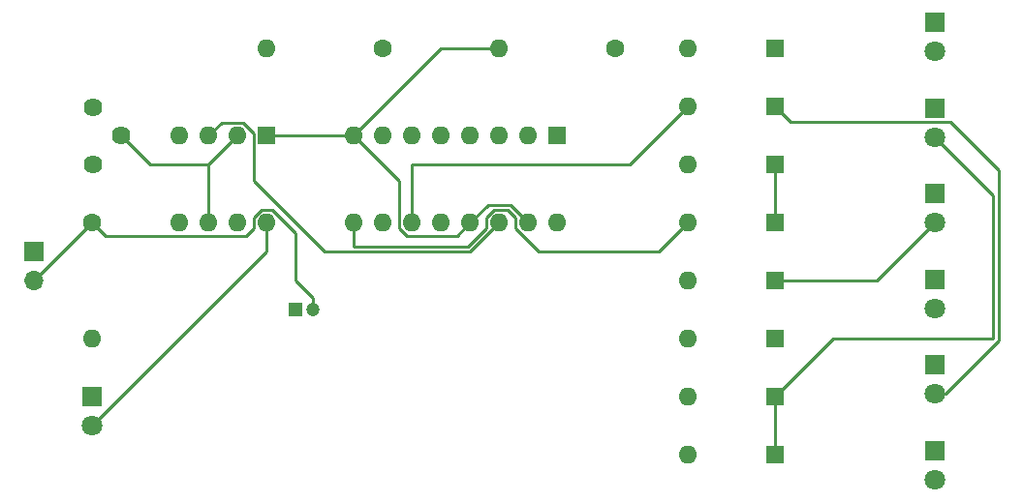
<source format=gbr>
%TF.GenerationSoftware,KiCad,Pcbnew,7.0.1-3b83917a11~172~ubuntu22.04.1*%
%TF.CreationDate,2023-04-27T17:22:44+02:00*%
%TF.ProjectId,knight_rider,6b6e6967-6874-45f7-9269-6465722e6b69,rev?*%
%TF.SameCoordinates,Original*%
%TF.FileFunction,Copper,L2,Bot*%
%TF.FilePolarity,Positive*%
%FSLAX46Y46*%
G04 Gerber Fmt 4.6, Leading zero omitted, Abs format (unit mm)*
G04 Created by KiCad (PCBNEW 7.0.1-3b83917a11~172~ubuntu22.04.1) date 2023-04-27 17:22:44*
%MOMM*%
%LPD*%
G01*
G04 APERTURE LIST*
%TA.AperFunction,ComponentPad*%
%ADD10R,1.800000X1.800000*%
%TD*%
%TA.AperFunction,ComponentPad*%
%ADD11C,1.800000*%
%TD*%
%TA.AperFunction,ComponentPad*%
%ADD12R,1.600000X1.600000*%
%TD*%
%TA.AperFunction,ComponentPad*%
%ADD13O,1.600000X1.600000*%
%TD*%
%TA.AperFunction,ComponentPad*%
%ADD14C,1.600000*%
%TD*%
%TA.AperFunction,ComponentPad*%
%ADD15R,1.200000X1.200000*%
%TD*%
%TA.AperFunction,ComponentPad*%
%ADD16C,1.200000*%
%TD*%
%TA.AperFunction,ComponentPad*%
%ADD17R,1.700000X1.700000*%
%TD*%
%TA.AperFunction,ComponentPad*%
%ADD18O,1.700000X1.700000*%
%TD*%
%TA.AperFunction,ComponentPad*%
%ADD19C,1.620000*%
%TD*%
%TA.AperFunction,Conductor*%
%ADD20C,0.250000*%
%TD*%
G04 APERTURE END LIST*
D10*
%TO.P,D14,1,K*%
%TO.N,Net-(D10-K)*%
X96520000Y-106440000D03*
D11*
%TO.P,D14,2,A*%
%TO.N,Net-(D14-A)*%
X96520000Y-108980000D03*
%TD*%
D12*
%TO.P,U1,1,GND*%
%TO.N,/GND*%
X38100000Y-86360000D03*
D13*
%TO.P,U1,2,TR*%
%TO.N,Net-(U1-THR)*%
X35560000Y-86360000D03*
%TO.P,U1,3,Q*%
%TO.N,Net-(U1-Q)*%
X33020000Y-86360000D03*
%TO.P,U1,4,R*%
%TO.N,Net-(D1-A)*%
X30480000Y-86360000D03*
%TO.P,U1,5,CV*%
%TO.N,unconnected-(U1-CV-Pad5)*%
X30480000Y-93980000D03*
%TO.P,U1,6,THR*%
%TO.N,Net-(U1-THR)*%
X33020000Y-93980000D03*
%TO.P,U1,7,DIS*%
%TO.N,/VCC*%
X35560000Y-93980000D03*
%TO.P,U1,8,VCC*%
%TO.N,Net-(D1-A)*%
X38100000Y-93980000D03*
%TD*%
D12*
%TO.P,D7,1,K*%
%TO.N,Net-(D13-A)*%
X82550000Y-88900000D03*
D13*
%TO.P,D7,2,A*%
%TO.N,Net-(D7-A)*%
X74930000Y-88900000D03*
%TD*%
D12*
%TO.P,D5,1,K*%
%TO.N,Net-(D12-A)*%
X82550000Y-99060000D03*
D13*
%TO.P,D5,2,A*%
%TO.N,Net-(D5-A)*%
X74930000Y-99060000D03*
%TD*%
D10*
%TO.P,D12,1,K*%
%TO.N,Net-(D10-K)*%
X96520000Y-91440000D03*
D11*
%TO.P,D12,2,A*%
%TO.N,Net-(D12-A)*%
X96520000Y-93980000D03*
%TD*%
D12*
%TO.P,D8,1,K*%
%TO.N,Net-(D14-A)*%
X82550000Y-83820000D03*
D13*
%TO.P,D8,2,A*%
%TO.N,Net-(D8-A)*%
X74930000Y-83820000D03*
%TD*%
D14*
%TO.P,R2,1*%
%TO.N,/GND*%
X22860000Y-93980000D03*
D13*
%TO.P,R2,2*%
%TO.N,Net-(D1-K)*%
X22860000Y-104140000D03*
%TD*%
D10*
%TO.P,D13,1,K*%
%TO.N,Net-(D10-K)*%
X96520000Y-98940000D03*
D11*
%TO.P,D13,2,A*%
%TO.N,Net-(D13-A)*%
X96520000Y-101480000D03*
%TD*%
D12*
%TO.P,D3,1,K*%
%TO.N,Net-(D11-A)*%
X82550000Y-109220000D03*
D13*
%TO.P,D3,2,A*%
%TO.N,Net-(D3-A)*%
X74930000Y-109220000D03*
%TD*%
D15*
%TO.P,C1,1*%
%TO.N,Net-(U1-THR)*%
X40640000Y-101600000D03*
D16*
%TO.P,C1,2*%
%TO.N,/GND*%
X42140000Y-101600000D03*
%TD*%
D10*
%TO.P,D11,1,K*%
%TO.N,Net-(D10-K)*%
X96520000Y-83940000D03*
D11*
%TO.P,D11,2,A*%
%TO.N,Net-(D11-A)*%
X96520000Y-86480000D03*
%TD*%
D14*
%TO.P,R1,1*%
%TO.N,/VCC*%
X48260000Y-78740000D03*
D13*
%TO.P,R1,2*%
%TO.N,Net-(D1-A)*%
X38100000Y-78740000D03*
%TD*%
D10*
%TO.P,D15,1,K*%
%TO.N,Net-(D10-K)*%
X96520000Y-113940000D03*
D11*
%TO.P,D15,2,A*%
%TO.N,Net-(D15-A)*%
X96520000Y-116480000D03*
%TD*%
D12*
%TO.P,U2,1,Q5*%
%TO.N,Net-(D10-A)*%
X63500000Y-86360000D03*
D13*
%TO.P,U2,2,Q1*%
%TO.N,Net-(D9-A)*%
X60960000Y-86360000D03*
%TO.P,U2,3,Q0*%
%TO.N,Net-(D15-A)*%
X58420000Y-86360000D03*
%TO.P,U2,4,Q2*%
%TO.N,Net-(D7-A)*%
X55880000Y-86360000D03*
%TO.P,U2,5,Q6*%
%TO.N,Net-(D3-A)*%
X53340000Y-86360000D03*
%TO.P,U2,6,Q7*%
%TO.N,Net-(D4-A)*%
X50800000Y-86360000D03*
%TO.P,U2,7,Q3*%
%TO.N,Net-(D5-A)*%
X48260000Y-86360000D03*
%TO.P,U2,8,VSS*%
%TO.N,/GND*%
X45720000Y-86360000D03*
%TO.P,U2,9,Q8*%
%TO.N,Net-(D6-A)*%
X45720000Y-93980000D03*
%TO.P,U2,10,Q4*%
%TO.N,Net-(D2-A)*%
X48260000Y-93980000D03*
%TO.P,U2,11,Q9*%
%TO.N,Net-(D8-A)*%
X50800000Y-93980000D03*
%TO.P,U2,12,Cout*%
%TO.N,unconnected-(U2-Cout-Pad12)*%
X53340000Y-93980000D03*
%TO.P,U2,13,CKEN*%
%TO.N,/GND*%
X55880000Y-93980000D03*
%TO.P,U2,14,CLK*%
%TO.N,Net-(U1-Q)*%
X58420000Y-93980000D03*
%TO.P,U2,15,Reset*%
%TO.N,/GND*%
X60960000Y-93980000D03*
%TO.P,U2,16,VDD*%
%TO.N,Net-(D1-A)*%
X63500000Y-93980000D03*
%TD*%
D17*
%TO.P,J2,1,Pin_1*%
%TO.N,/VCC*%
X17780000Y-96520000D03*
D18*
%TO.P,J2,2,Pin_2*%
%TO.N,/GND*%
X17780000Y-99060000D03*
%TD*%
D14*
%TO.P,R3,1*%
%TO.N,Net-(D10-K)*%
X68580000Y-78740000D03*
D13*
%TO.P,R3,2*%
%TO.N,/GND*%
X58420000Y-78740000D03*
%TD*%
D12*
%TO.P,D9,1,K*%
%TO.N,Net-(D14-A)*%
X82550000Y-78740000D03*
D13*
%TO.P,D9,2,A*%
%TO.N,Net-(D9-A)*%
X74930000Y-78740000D03*
%TD*%
D12*
%TO.P,D2,1,K*%
%TO.N,Net-(D11-A)*%
X82550000Y-114300000D03*
D13*
%TO.P,D2,2,A*%
%TO.N,Net-(D2-A)*%
X74930000Y-114300000D03*
%TD*%
D10*
%TO.P,D10,1,K*%
%TO.N,Net-(D10-K)*%
X96520000Y-76440000D03*
D11*
%TO.P,D10,2,A*%
%TO.N,Net-(D10-A)*%
X96520000Y-78980000D03*
%TD*%
D19*
%TO.P,RV1,1*%
%TO.N,/VCC*%
X22900000Y-83860000D03*
%TO.P,RV1,2*%
%TO.N,Net-(U1-THR)*%
X25400000Y-86360000D03*
%TO.P,RV1,3*%
%TO.N,N/C*%
X22900000Y-88860000D03*
%TD*%
D12*
%TO.P,D6,1,K*%
%TO.N,Net-(D13-A)*%
X82550000Y-93980000D03*
D13*
%TO.P,D6,2,A*%
%TO.N,Net-(D6-A)*%
X74930000Y-93980000D03*
%TD*%
D10*
%TO.P,D1,1,K*%
%TO.N,Net-(D1-K)*%
X22860000Y-109220000D03*
D11*
%TO.P,D1,2,A*%
%TO.N,Net-(D1-A)*%
X22860000Y-111760000D03*
%TD*%
D12*
%TO.P,D4,1,K*%
%TO.N,Net-(D12-A)*%
X82550000Y-104140000D03*
D13*
%TO.P,D4,2,A*%
%TO.N,Net-(D4-A)*%
X74930000Y-104140000D03*
%TD*%
D20*
%TO.N,Net-(D6-A)*%
X45720000Y-93980000D02*
X45720000Y-96070000D01*
X45720000Y-96070000D02*
X55670991Y-96070000D01*
X55670991Y-96070000D02*
X57295000Y-94445991D01*
X59175991Y-92855000D02*
X59835000Y-93514009D01*
X59835000Y-94445991D02*
X61909009Y-96520000D01*
X57295000Y-94445991D02*
X57295000Y-93514009D01*
X57295000Y-93514009D02*
X57954009Y-92855000D01*
X57954009Y-92855000D02*
X59175991Y-92855000D01*
X59835000Y-93514009D02*
X59835000Y-94445991D01*
X61909009Y-96520000D02*
X72390000Y-96520000D01*
X72390000Y-96520000D02*
X74930000Y-93980000D01*
%TO.N,Net-(U1-THR)*%
X33020000Y-93980000D02*
X33020000Y-88900000D01*
X27940000Y-88900000D02*
X33020000Y-88900000D01*
X25400000Y-86360000D02*
X27940000Y-88900000D01*
X33020000Y-88900000D02*
X35560000Y-86360000D01*
%TO.N,Net-(D1-A)*%
X38100000Y-96520000D02*
X38100000Y-93980000D01*
X22860000Y-111760000D02*
X38100000Y-96520000D01*
%TO.N,Net-(D11-A)*%
X101600000Y-91560000D02*
X96520000Y-86480000D01*
X101600000Y-104140000D02*
X101600000Y-91560000D01*
X82550000Y-114300000D02*
X82550000Y-109220000D01*
X82550000Y-109220000D02*
X87630000Y-104140000D01*
X87630000Y-104140000D02*
X101600000Y-104140000D01*
%TO.N,Net-(D12-A)*%
X82550000Y-99060000D02*
X91440000Y-99060000D01*
X91440000Y-99060000D02*
X96520000Y-93980000D01*
%TO.N,Net-(D13-A)*%
X82550000Y-88900000D02*
X82550000Y-93980000D01*
%TO.N,Net-(D14-A)*%
X97396396Y-108980000D02*
X96520000Y-108980000D01*
X102050000Y-104326396D02*
X97396396Y-108980000D01*
X82550000Y-83820000D02*
X83895000Y-85165000D01*
X102050000Y-89350000D02*
X102050000Y-104326396D01*
X83895000Y-85165000D02*
X97865000Y-85165000D01*
X97865000Y-85165000D02*
X102050000Y-89350000D01*
%TO.N,Net-(D8-A)*%
X69850000Y-88900000D02*
X74930000Y-83820000D01*
X50800000Y-88900000D02*
X69850000Y-88900000D01*
X50800000Y-93980000D02*
X50800000Y-88900000D01*
%TO.N,/GND*%
X37634009Y-92855000D02*
X38565991Y-92855000D01*
X36975000Y-93514009D02*
X37634009Y-92855000D01*
X17780000Y-99060000D02*
X22860000Y-93980000D01*
X59385000Y-92405000D02*
X60960000Y-93980000D01*
X36975000Y-94445991D02*
X36975000Y-93514009D01*
X42140000Y-100560000D02*
X42140000Y-101600000D01*
X57455000Y-92405000D02*
X59385000Y-92405000D01*
X50334009Y-95105000D02*
X54755000Y-95105000D01*
X45720000Y-86360000D02*
X53340000Y-78740000D01*
X23985000Y-95105000D02*
X36315991Y-95105000D01*
X38565991Y-92855000D02*
X40640000Y-94929009D01*
X49675000Y-94445991D02*
X50334009Y-95105000D01*
X22860000Y-93980000D02*
X23985000Y-95105000D01*
X55880000Y-93980000D02*
X57455000Y-92405000D01*
X36315991Y-95105000D02*
X36975000Y-94445991D01*
X53340000Y-78740000D02*
X58420000Y-78740000D01*
X45720000Y-86360000D02*
X49675000Y-90315000D01*
X40640000Y-94929009D02*
X40640000Y-99060000D01*
X49675000Y-90315000D02*
X49675000Y-94445991D01*
X54755000Y-95105000D02*
X55880000Y-93980000D01*
X38100000Y-86360000D02*
X45720000Y-86360000D01*
X40640000Y-99060000D02*
X42140000Y-100560000D01*
%TO.N,Net-(U1-Q)*%
X55880000Y-96520000D02*
X58420000Y-93980000D01*
X36975000Y-90315000D02*
X43180000Y-96520000D01*
X34145000Y-85235000D02*
X36025991Y-85235000D01*
X33020000Y-86360000D02*
X34145000Y-85235000D01*
X43180000Y-96520000D02*
X55880000Y-96520000D01*
X36975000Y-86184009D02*
X36975000Y-90315000D01*
X36025991Y-85235000D02*
X36975000Y-86184009D01*
%TD*%
M02*

</source>
